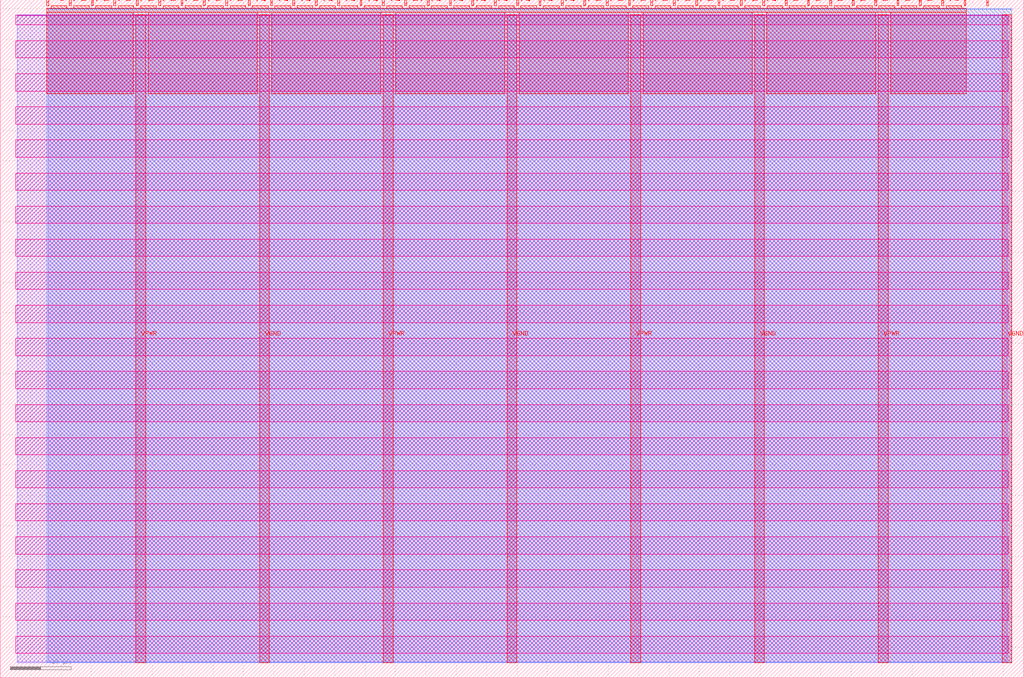
<source format=lef>
VERSION 5.7 ;
  NOWIREEXTENSIONATPIN ON ;
  DIVIDERCHAR "/" ;
  BUSBITCHARS "[]" ;
MACRO tt_um_seven_segment_seconds
  CLASS BLOCK ;
  FOREIGN tt_um_seven_segment_seconds ;
  ORIGIN 0.000 0.000 ;
  SIZE 168.360 BY 111.520 ;
  PIN VGND
    DIRECTION INOUT ;
    USE GROUND ;
    PORT
      LAYER met4 ;
        RECT 42.670 2.480 44.270 109.040 ;
    END
    PORT
      LAYER met4 ;
        RECT 83.380 2.480 84.980 109.040 ;
    END
    PORT
      LAYER met4 ;
        RECT 124.090 2.480 125.690 109.040 ;
    END
    PORT
      LAYER met4 ;
        RECT 164.800 2.480 166.400 109.040 ;
    END
  END VGND
  PIN VPWR
    DIRECTION INOUT ;
    USE POWER ;
    PORT
      LAYER met4 ;
        RECT 22.315 2.480 23.915 109.040 ;
    END
    PORT
      LAYER met4 ;
        RECT 63.025 2.480 64.625 109.040 ;
    END
    PORT
      LAYER met4 ;
        RECT 103.735 2.480 105.335 109.040 ;
    END
    PORT
      LAYER met4 ;
        RECT 144.445 2.480 146.045 109.040 ;
    END
  END VPWR
  PIN clk
    DIRECTION INPUT ;
    USE SIGNAL ;
    ANTENNAGATEAREA 0.852000 ;
    PORT
      LAYER met4 ;
        RECT 158.550 110.520 158.850 111.520 ;
    END
  END clk
  PIN ena
    DIRECTION INPUT ;
    USE SIGNAL ;
    PORT
      LAYER met4 ;
        RECT 162.230 110.520 162.530 111.520 ;
    END
  END ena
  PIN rst_n
    DIRECTION INPUT ;
    USE SIGNAL ;
    ANTENNAGATEAREA 0.159000 ;
    PORT
      LAYER met4 ;
        RECT 154.870 110.520 155.170 111.520 ;
    END
  END rst_n
  PIN ui_in[0]
    DIRECTION INPUT ;
    USE SIGNAL ;
    PORT
      LAYER met4 ;
        RECT 151.190 110.520 151.490 111.520 ;
    END
  END ui_in[0]
  PIN ui_in[1]
    DIRECTION INPUT ;
    USE SIGNAL ;
    PORT
      LAYER met4 ;
        RECT 147.510 110.520 147.810 111.520 ;
    END
  END ui_in[1]
  PIN ui_in[2]
    DIRECTION INPUT ;
    USE SIGNAL ;
    PORT
      LAYER met4 ;
        RECT 143.830 110.520 144.130 111.520 ;
    END
  END ui_in[2]
  PIN ui_in[3]
    DIRECTION INPUT ;
    USE SIGNAL ;
    PORT
      LAYER met4 ;
        RECT 140.150 110.520 140.450 111.520 ;
    END
  END ui_in[3]
  PIN ui_in[4]
    DIRECTION INPUT ;
    USE SIGNAL ;
    PORT
      LAYER met4 ;
        RECT 136.470 110.520 136.770 111.520 ;
    END
  END ui_in[4]
  PIN ui_in[5]
    DIRECTION INPUT ;
    USE SIGNAL ;
    PORT
      LAYER met4 ;
        RECT 132.790 110.520 133.090 111.520 ;
    END
  END ui_in[5]
  PIN ui_in[6]
    DIRECTION INPUT ;
    USE SIGNAL ;
    PORT
      LAYER met4 ;
        RECT 129.110 110.520 129.410 111.520 ;
    END
  END ui_in[6]
  PIN ui_in[7]
    DIRECTION INPUT ;
    USE SIGNAL ;
    PORT
      LAYER met4 ;
        RECT 125.430 110.520 125.730 111.520 ;
    END
  END ui_in[7]
  PIN uio_in[0]
    DIRECTION INPUT ;
    USE SIGNAL ;
    PORT
      LAYER met4 ;
        RECT 121.750 110.520 122.050 111.520 ;
    END
  END uio_in[0]
  PIN uio_in[1]
    DIRECTION INPUT ;
    USE SIGNAL ;
    PORT
      LAYER met4 ;
        RECT 118.070 110.520 118.370 111.520 ;
    END
  END uio_in[1]
  PIN uio_in[2]
    DIRECTION INPUT ;
    USE SIGNAL ;
    PORT
      LAYER met4 ;
        RECT 114.390 110.520 114.690 111.520 ;
    END
  END uio_in[2]
  PIN uio_in[3]
    DIRECTION INPUT ;
    USE SIGNAL ;
    PORT
      LAYER met4 ;
        RECT 110.710 110.520 111.010 111.520 ;
    END
  END uio_in[3]
  PIN uio_in[4]
    DIRECTION INPUT ;
    USE SIGNAL ;
    PORT
      LAYER met4 ;
        RECT 107.030 110.520 107.330 111.520 ;
    END
  END uio_in[4]
  PIN uio_in[5]
    DIRECTION INPUT ;
    USE SIGNAL ;
    PORT
      LAYER met4 ;
        RECT 103.350 110.520 103.650 111.520 ;
    END
  END uio_in[5]
  PIN uio_in[6]
    DIRECTION INPUT ;
    USE SIGNAL ;
    PORT
      LAYER met4 ;
        RECT 99.670 110.520 99.970 111.520 ;
    END
  END uio_in[6]
  PIN uio_in[7]
    DIRECTION INPUT ;
    USE SIGNAL ;
    PORT
      LAYER met4 ;
        RECT 95.990 110.520 96.290 111.520 ;
    END
  END uio_in[7]
  PIN uio_oe[0]
    DIRECTION OUTPUT TRISTATE ;
    USE SIGNAL ;
    PORT
      LAYER met4 ;
        RECT 33.430 110.520 33.730 111.520 ;
    END
  END uio_oe[0]
  PIN uio_oe[1]
    DIRECTION OUTPUT TRISTATE ;
    USE SIGNAL ;
    PORT
      LAYER met4 ;
        RECT 29.750 110.520 30.050 111.520 ;
    END
  END uio_oe[1]
  PIN uio_oe[2]
    DIRECTION OUTPUT TRISTATE ;
    USE SIGNAL ;
    PORT
      LAYER met4 ;
        RECT 26.070 110.520 26.370 111.520 ;
    END
  END uio_oe[2]
  PIN uio_oe[3]
    DIRECTION OUTPUT TRISTATE ;
    USE SIGNAL ;
    PORT
      LAYER met4 ;
        RECT 22.390 110.520 22.690 111.520 ;
    END
  END uio_oe[3]
  PIN uio_oe[4]
    DIRECTION OUTPUT TRISTATE ;
    USE SIGNAL ;
    PORT
      LAYER met4 ;
        RECT 18.710 110.520 19.010 111.520 ;
    END
  END uio_oe[4]
  PIN uio_oe[5]
    DIRECTION OUTPUT TRISTATE ;
    USE SIGNAL ;
    PORT
      LAYER met4 ;
        RECT 15.030 110.520 15.330 111.520 ;
    END
  END uio_oe[5]
  PIN uio_oe[6]
    DIRECTION OUTPUT TRISTATE ;
    USE SIGNAL ;
    PORT
      LAYER met4 ;
        RECT 11.350 110.520 11.650 111.520 ;
    END
  END uio_oe[6]
  PIN uio_oe[7]
    DIRECTION OUTPUT TRISTATE ;
    USE SIGNAL ;
    PORT
      LAYER met4 ;
        RECT 7.670 110.520 7.970 111.520 ;
    END
  END uio_oe[7]
  PIN uio_out[0]
    DIRECTION OUTPUT TRISTATE ;
    USE SIGNAL ;
    ANTENNADIFFAREA 0.795200 ;
    PORT
      LAYER met4 ;
        RECT 62.870 110.520 63.170 111.520 ;
    END
  END uio_out[0]
  PIN uio_out[1]
    DIRECTION OUTPUT TRISTATE ;
    USE SIGNAL ;
    ANTENNADIFFAREA 0.445500 ;
    PORT
      LAYER met4 ;
        RECT 59.190 110.520 59.490 111.520 ;
    END
  END uio_out[1]
  PIN uio_out[2]
    DIRECTION OUTPUT TRISTATE ;
    USE SIGNAL ;
    ANTENNADIFFAREA 0.445500 ;
    PORT
      LAYER met4 ;
        RECT 55.510 110.520 55.810 111.520 ;
    END
  END uio_out[2]
  PIN uio_out[3]
    DIRECTION OUTPUT TRISTATE ;
    USE SIGNAL ;
    ANTENNADIFFAREA 0.445500 ;
    PORT
      LAYER met4 ;
        RECT 51.830 110.520 52.130 111.520 ;
    END
  END uio_out[3]
  PIN uio_out[4]
    DIRECTION OUTPUT TRISTATE ;
    USE SIGNAL ;
    ANTENNADIFFAREA 0.795200 ;
    PORT
      LAYER met4 ;
        RECT 48.150 110.520 48.450 111.520 ;
    END
  END uio_out[4]
  PIN uio_out[5]
    DIRECTION OUTPUT TRISTATE ;
    USE SIGNAL ;
    ANTENNADIFFAREA 0.445500 ;
    PORT
      LAYER met4 ;
        RECT 44.470 110.520 44.770 111.520 ;
    END
  END uio_out[5]
  PIN uio_out[6]
    DIRECTION OUTPUT TRISTATE ;
    USE SIGNAL ;
    ANTENNADIFFAREA 0.445500 ;
    PORT
      LAYER met4 ;
        RECT 40.790 110.520 41.090 111.520 ;
    END
  END uio_out[6]
  PIN uio_out[7]
    DIRECTION OUTPUT TRISTATE ;
    USE SIGNAL ;
    ANTENNADIFFAREA 0.445500 ;
    PORT
      LAYER met4 ;
        RECT 37.110 110.520 37.410 111.520 ;
    END
  END uio_out[7]
  PIN uo_out[0]
    DIRECTION OUTPUT TRISTATE ;
    USE SIGNAL ;
    ANTENNADIFFAREA 0.445500 ;
    PORT
      LAYER met4 ;
        RECT 92.310 110.520 92.610 111.520 ;
    END
  END uo_out[0]
  PIN uo_out[1]
    DIRECTION OUTPUT TRISTATE ;
    USE SIGNAL ;
    ANTENNADIFFAREA 0.891000 ;
    PORT
      LAYER met4 ;
        RECT 88.630 110.520 88.930 111.520 ;
    END
  END uo_out[1]
  PIN uo_out[2]
    DIRECTION OUTPUT TRISTATE ;
    USE SIGNAL ;
    ANTENNADIFFAREA 0.445500 ;
    PORT
      LAYER met4 ;
        RECT 84.950 110.520 85.250 111.520 ;
    END
  END uo_out[2]
  PIN uo_out[3]
    DIRECTION OUTPUT TRISTATE ;
    USE SIGNAL ;
    ANTENNADIFFAREA 0.445500 ;
    PORT
      LAYER met4 ;
        RECT 81.270 110.520 81.570 111.520 ;
    END
  END uo_out[3]
  PIN uo_out[4]
    DIRECTION OUTPUT TRISTATE ;
    USE SIGNAL ;
    ANTENNADIFFAREA 0.445500 ;
    PORT
      LAYER met4 ;
        RECT 77.590 110.520 77.890 111.520 ;
    END
  END uo_out[4]
  PIN uo_out[5]
    DIRECTION OUTPUT TRISTATE ;
    USE SIGNAL ;
    ANTENNADIFFAREA 0.445500 ;
    PORT
      LAYER met4 ;
        RECT 73.910 110.520 74.210 111.520 ;
    END
  END uo_out[5]
  PIN uo_out[6]
    DIRECTION OUTPUT TRISTATE ;
    USE SIGNAL ;
    ANTENNADIFFAREA 0.445500 ;
    PORT
      LAYER met4 ;
        RECT 70.230 110.520 70.530 111.520 ;
    END
  END uo_out[6]
  PIN uo_out[7]
    DIRECTION OUTPUT TRISTATE ;
    USE SIGNAL ;
    PORT
      LAYER met4 ;
        RECT 66.550 110.520 66.850 111.520 ;
    END
  END uo_out[7]
  OBS
      LAYER nwell ;
        RECT 2.570 107.385 165.790 108.990 ;
        RECT 2.570 101.945 165.790 104.775 ;
        RECT 2.570 96.505 165.790 99.335 ;
        RECT 2.570 91.065 165.790 93.895 ;
        RECT 2.570 85.625 165.790 88.455 ;
        RECT 2.570 80.185 165.790 83.015 ;
        RECT 2.570 74.745 165.790 77.575 ;
        RECT 2.570 69.305 165.790 72.135 ;
        RECT 2.570 63.865 165.790 66.695 ;
        RECT 2.570 58.425 165.790 61.255 ;
        RECT 2.570 52.985 165.790 55.815 ;
        RECT 2.570 47.545 165.790 50.375 ;
        RECT 2.570 42.105 165.790 44.935 ;
        RECT 2.570 36.665 165.790 39.495 ;
        RECT 2.570 31.225 165.790 34.055 ;
        RECT 2.570 25.785 165.790 28.615 ;
        RECT 2.570 20.345 165.790 23.175 ;
        RECT 2.570 14.905 165.790 17.735 ;
        RECT 2.570 9.465 165.790 12.295 ;
        RECT 2.570 4.025 165.790 6.855 ;
      LAYER li1 ;
        RECT 2.760 2.635 165.600 108.885 ;
      LAYER met1 ;
        RECT 2.760 2.480 166.400 109.040 ;
      LAYER met2 ;
        RECT 7.910 2.535 166.370 110.005 ;
      LAYER met3 ;
        RECT 7.630 2.555 166.390 109.985 ;
      LAYER met4 ;
        RECT 8.370 110.120 10.950 110.520 ;
        RECT 12.050 110.120 14.630 110.520 ;
        RECT 15.730 110.120 18.310 110.520 ;
        RECT 19.410 110.120 21.990 110.520 ;
        RECT 23.090 110.120 25.670 110.520 ;
        RECT 26.770 110.120 29.350 110.520 ;
        RECT 30.450 110.120 33.030 110.520 ;
        RECT 34.130 110.120 36.710 110.520 ;
        RECT 37.810 110.120 40.390 110.520 ;
        RECT 41.490 110.120 44.070 110.520 ;
        RECT 45.170 110.120 47.750 110.520 ;
        RECT 48.850 110.120 51.430 110.520 ;
        RECT 52.530 110.120 55.110 110.520 ;
        RECT 56.210 110.120 58.790 110.520 ;
        RECT 59.890 110.120 62.470 110.520 ;
        RECT 63.570 110.120 66.150 110.520 ;
        RECT 67.250 110.120 69.830 110.520 ;
        RECT 70.930 110.120 73.510 110.520 ;
        RECT 74.610 110.120 77.190 110.520 ;
        RECT 78.290 110.120 80.870 110.520 ;
        RECT 81.970 110.120 84.550 110.520 ;
        RECT 85.650 110.120 88.230 110.520 ;
        RECT 89.330 110.120 91.910 110.520 ;
        RECT 93.010 110.120 95.590 110.520 ;
        RECT 96.690 110.120 99.270 110.520 ;
        RECT 100.370 110.120 102.950 110.520 ;
        RECT 104.050 110.120 106.630 110.520 ;
        RECT 107.730 110.120 110.310 110.520 ;
        RECT 111.410 110.120 113.990 110.520 ;
        RECT 115.090 110.120 117.670 110.520 ;
        RECT 118.770 110.120 121.350 110.520 ;
        RECT 122.450 110.120 125.030 110.520 ;
        RECT 126.130 110.120 128.710 110.520 ;
        RECT 129.810 110.120 132.390 110.520 ;
        RECT 133.490 110.120 136.070 110.520 ;
        RECT 137.170 110.120 139.750 110.520 ;
        RECT 140.850 110.120 143.430 110.520 ;
        RECT 144.530 110.120 147.110 110.520 ;
        RECT 148.210 110.120 150.790 110.520 ;
        RECT 151.890 110.120 154.470 110.520 ;
        RECT 155.570 110.120 158.150 110.520 ;
        RECT 7.655 109.440 158.865 110.120 ;
        RECT 7.655 96.055 21.915 109.440 ;
        RECT 24.315 96.055 42.270 109.440 ;
        RECT 44.670 96.055 62.625 109.440 ;
        RECT 65.025 96.055 82.980 109.440 ;
        RECT 85.380 96.055 103.335 109.440 ;
        RECT 105.735 96.055 123.690 109.440 ;
        RECT 126.090 96.055 144.045 109.440 ;
        RECT 146.445 96.055 158.865 109.440 ;
  END
END tt_um_seven_segment_seconds
END LIBRARY


</source>
